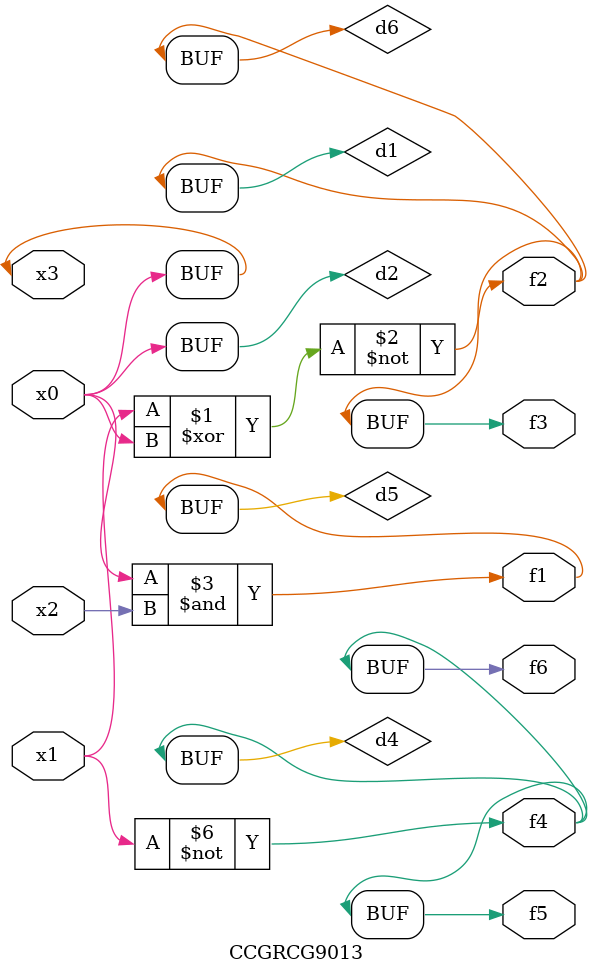
<source format=v>
module CCGRCG9013(
	input x0, x1, x2, x3,
	output f1, f2, f3, f4, f5, f6
);

	wire d1, d2, d3, d4, d5, d6;

	xnor (d1, x1, x3);
	buf (d2, x0, x3);
	nand (d3, x0, x2);
	not (d4, x1);
	nand (d5, d3);
	or (d6, d1);
	assign f1 = d5;
	assign f2 = d6;
	assign f3 = d6;
	assign f4 = d4;
	assign f5 = d4;
	assign f6 = d4;
endmodule

</source>
